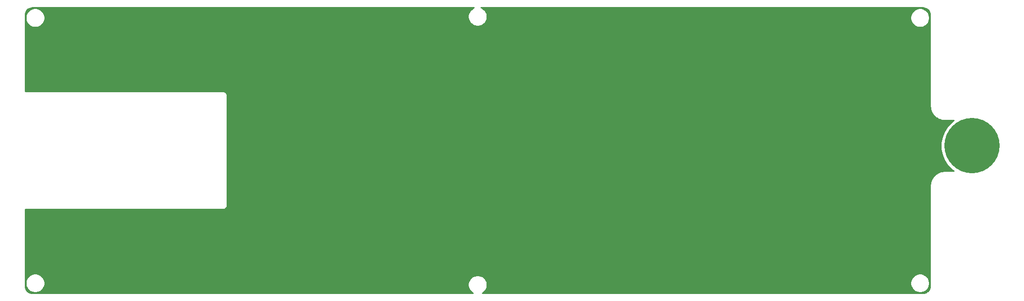
<source format=gbr>
G04 #@! TF.GenerationSoftware,KiCad,Pcbnew,(5.1.5)-3*
G04 #@! TF.CreationDate,2021-03-06T02:15:56+09:00*
G04 #@! TF.ProjectId,Kleine Gherkin,4b6c6569-6e65-4204-9768-65726b696e2e,rev?*
G04 #@! TF.SameCoordinates,Original*
G04 #@! TF.FileFunction,Copper,L1,Top*
G04 #@! TF.FilePolarity,Positive*
%FSLAX46Y46*%
G04 Gerber Fmt 4.6, Leading zero omitted, Abs format (unit mm)*
G04 Created by KiCad (PCBNEW (5.1.5)-3) date 2021-03-06 02:15:56*
%MOMM*%
%LPD*%
G04 APERTURE LIST*
%ADD10C,10.000000*%
%ADD11C,0.254000*%
G04 APERTURE END LIST*
D10*
X202406250Y-57150000D03*
D11*
G36*
X112178169Y-32262463D02*
G01*
X111894002Y-32452337D01*
X111652337Y-32694002D01*
X111462463Y-32978169D01*
X111331675Y-33293919D01*
X111265000Y-33629117D01*
X111265000Y-33970883D01*
X111331675Y-34306081D01*
X111462463Y-34621831D01*
X111652337Y-34905998D01*
X111894002Y-35147663D01*
X112178169Y-35337537D01*
X112493919Y-35468325D01*
X112829117Y-35535000D01*
X113170883Y-35535000D01*
X113506081Y-35468325D01*
X113821831Y-35337537D01*
X114105998Y-35147663D01*
X114347663Y-34905998D01*
X114537537Y-34621831D01*
X114668325Y-34306081D01*
X114735000Y-33970883D01*
X114735000Y-33829117D01*
X191265000Y-33829117D01*
X191265000Y-34170883D01*
X191331675Y-34506081D01*
X191462463Y-34821831D01*
X191652337Y-35105998D01*
X191894002Y-35347663D01*
X192178169Y-35537537D01*
X192493919Y-35668325D01*
X192829117Y-35735000D01*
X193170883Y-35735000D01*
X193506081Y-35668325D01*
X193821831Y-35537537D01*
X194105998Y-35347663D01*
X194347663Y-35105998D01*
X194537537Y-34821831D01*
X194668325Y-34506081D01*
X194735000Y-34170883D01*
X194735000Y-33829117D01*
X194668325Y-33493919D01*
X194537537Y-33178169D01*
X194347663Y-32894002D01*
X194105998Y-32652337D01*
X193821831Y-32462463D01*
X193506081Y-32331675D01*
X193170883Y-32265000D01*
X192829117Y-32265000D01*
X192493919Y-32331675D01*
X192178169Y-32462463D01*
X191894002Y-32652337D01*
X191652337Y-32894002D01*
X191462463Y-33178169D01*
X191331675Y-33493919D01*
X191265000Y-33829117D01*
X114735000Y-33829117D01*
X114735000Y-33629117D01*
X114668325Y-33293919D01*
X114537537Y-32978169D01*
X114347663Y-32694002D01*
X114105998Y-32452337D01*
X113821831Y-32262463D01*
X113634819Y-32185000D01*
X193466495Y-32185000D01*
X193754782Y-32213267D01*
X193999855Y-32287259D01*
X194225890Y-32407443D01*
X194424281Y-32569248D01*
X194587460Y-32766497D01*
X194709220Y-32991687D01*
X194784924Y-33236247D01*
X194815001Y-33522408D01*
X194815000Y-49933646D01*
X194817955Y-49963644D01*
X194817868Y-49976047D01*
X194818802Y-49985565D01*
X194859603Y-50373758D01*
X194872080Y-50434539D01*
X194883720Y-50495560D01*
X194886484Y-50504716D01*
X195001908Y-50877591D01*
X195025986Y-50934870D01*
X195049225Y-50992388D01*
X195053714Y-51000833D01*
X195239366Y-51344188D01*
X195274068Y-51395635D01*
X195308079Y-51447610D01*
X195314124Y-51455022D01*
X195562931Y-51755777D01*
X195606984Y-51799524D01*
X195650422Y-51843881D01*
X195657792Y-51849978D01*
X195960276Y-52096679D01*
X196012005Y-52131047D01*
X196063215Y-52166111D01*
X196071628Y-52170661D01*
X196416270Y-52353910D01*
X196473636Y-52377555D01*
X196530736Y-52402028D01*
X196539873Y-52404856D01*
X196913544Y-52517674D01*
X196974469Y-52529737D01*
X197035174Y-52542641D01*
X197044686Y-52543641D01*
X197433155Y-52581731D01*
X197433163Y-52581731D01*
X197466353Y-52585000D01*
X199095524Y-52585000D01*
X198814147Y-52773010D01*
X198029260Y-53557897D01*
X197412578Y-54480827D01*
X196987800Y-55506331D01*
X196771250Y-56595001D01*
X196771250Y-57704999D01*
X196987800Y-58793669D01*
X197412578Y-59819173D01*
X198029260Y-60742103D01*
X198814147Y-61526990D01*
X199095524Y-61715000D01*
X197466353Y-61715000D01*
X197436355Y-61717955D01*
X197423953Y-61717868D01*
X197414434Y-61718802D01*
X197026242Y-61759603D01*
X196965461Y-61772080D01*
X196904440Y-61783720D01*
X196895284Y-61786484D01*
X196522409Y-61901908D01*
X196465163Y-61925972D01*
X196407612Y-61949224D01*
X196399167Y-61953714D01*
X196055812Y-62139365D01*
X196004344Y-62174081D01*
X195952389Y-62208080D01*
X195944978Y-62214124D01*
X195644223Y-62462931D01*
X195600457Y-62507004D01*
X195556119Y-62550423D01*
X195550022Y-62557792D01*
X195303321Y-62860277D01*
X195268960Y-62911995D01*
X195233888Y-62963216D01*
X195229339Y-62971629D01*
X195046089Y-63316270D01*
X195022418Y-63373700D01*
X194997972Y-63430737D01*
X194995144Y-63439873D01*
X194882326Y-63813545D01*
X194870265Y-63874455D01*
X194857359Y-63935174D01*
X194856359Y-63944686D01*
X194818269Y-64333155D01*
X194818269Y-64333164D01*
X194815000Y-64366354D01*
X194815001Y-82466484D01*
X194786733Y-82754782D01*
X194712741Y-82999855D01*
X194592554Y-83225893D01*
X194430754Y-83424279D01*
X194233503Y-83587460D01*
X194008310Y-83709221D01*
X193763753Y-83784924D01*
X193477602Y-83815000D01*
X113855560Y-83815000D01*
X114105998Y-83647663D01*
X114347663Y-83405998D01*
X114537537Y-83121831D01*
X114668325Y-82806081D01*
X114735000Y-82470883D01*
X114735000Y-82129117D01*
X114675327Y-81829117D01*
X191265000Y-81829117D01*
X191265000Y-82170883D01*
X191331675Y-82506081D01*
X191462463Y-82821831D01*
X191652337Y-83105998D01*
X191894002Y-83347663D01*
X192178169Y-83537537D01*
X192493919Y-83668325D01*
X192829117Y-83735000D01*
X193170883Y-83735000D01*
X193506081Y-83668325D01*
X193821831Y-83537537D01*
X194105998Y-83347663D01*
X194347663Y-83105998D01*
X194537537Y-82821831D01*
X194668325Y-82506081D01*
X194735000Y-82170883D01*
X194735000Y-81829117D01*
X194668325Y-81493919D01*
X194537537Y-81178169D01*
X194347663Y-80894002D01*
X194105998Y-80652337D01*
X193821831Y-80462463D01*
X193506081Y-80331675D01*
X193170883Y-80265000D01*
X192829117Y-80265000D01*
X192493919Y-80331675D01*
X192178169Y-80462463D01*
X191894002Y-80652337D01*
X191652337Y-80894002D01*
X191462463Y-81178169D01*
X191331675Y-81493919D01*
X191265000Y-81829117D01*
X114675327Y-81829117D01*
X114668325Y-81793919D01*
X114537537Y-81478169D01*
X114347663Y-81194002D01*
X114105998Y-80952337D01*
X113821831Y-80762463D01*
X113506081Y-80631675D01*
X113170883Y-80565000D01*
X112829117Y-80565000D01*
X112493919Y-80631675D01*
X112178169Y-80762463D01*
X111894002Y-80952337D01*
X111652337Y-81194002D01*
X111462463Y-81478169D01*
X111331675Y-81793919D01*
X111265000Y-82129117D01*
X111265000Y-82470883D01*
X111331675Y-82806081D01*
X111462463Y-83121831D01*
X111652337Y-83405998D01*
X111894002Y-83647663D01*
X112144440Y-83815000D01*
X32533505Y-83815000D01*
X32245218Y-83786733D01*
X32000145Y-83712741D01*
X31774107Y-83592554D01*
X31575721Y-83430754D01*
X31412540Y-83233503D01*
X31290779Y-83008310D01*
X31215076Y-82763753D01*
X31185000Y-82477602D01*
X31185000Y-81829117D01*
X31265000Y-81829117D01*
X31265000Y-82170883D01*
X31331675Y-82506081D01*
X31462463Y-82821831D01*
X31652337Y-83105998D01*
X31894002Y-83347663D01*
X32178169Y-83537537D01*
X32493919Y-83668325D01*
X32829117Y-83735000D01*
X33170883Y-83735000D01*
X33506081Y-83668325D01*
X33821831Y-83537537D01*
X34105998Y-83347663D01*
X34347663Y-83105998D01*
X34537537Y-82821831D01*
X34668325Y-82506081D01*
X34735000Y-82170883D01*
X34735000Y-81829117D01*
X34668325Y-81493919D01*
X34537537Y-81178169D01*
X34347663Y-80894002D01*
X34105998Y-80652337D01*
X33821831Y-80462463D01*
X33506081Y-80331675D01*
X33170883Y-80265000D01*
X32829117Y-80265000D01*
X32493919Y-80331675D01*
X32178169Y-80462463D01*
X31894002Y-80652337D01*
X31652337Y-80894002D01*
X31462463Y-81178169D01*
X31331675Y-81493919D01*
X31265000Y-81829117D01*
X31185000Y-81829117D01*
X31185000Y-68685000D01*
X66966353Y-68685000D01*
X67000000Y-68688314D01*
X67134283Y-68675088D01*
X67263406Y-68635919D01*
X67382407Y-68572312D01*
X67486711Y-68486711D01*
X67572312Y-68382407D01*
X67635919Y-68263406D01*
X67675088Y-68134283D01*
X67685000Y-68033647D01*
X67688314Y-68000000D01*
X67685000Y-67966353D01*
X67685000Y-48033647D01*
X67688314Y-48000000D01*
X67675088Y-47865717D01*
X67635919Y-47736594D01*
X67572312Y-47617593D01*
X67486711Y-47513289D01*
X67382407Y-47427688D01*
X67263406Y-47364081D01*
X67134283Y-47324912D01*
X67033647Y-47315000D01*
X67000000Y-47311686D01*
X66966353Y-47315000D01*
X31185000Y-47315000D01*
X31185000Y-33829117D01*
X31265000Y-33829117D01*
X31265000Y-34170883D01*
X31331675Y-34506081D01*
X31462463Y-34821831D01*
X31652337Y-35105998D01*
X31894002Y-35347663D01*
X32178169Y-35537537D01*
X32493919Y-35668325D01*
X32829117Y-35735000D01*
X33170883Y-35735000D01*
X33506081Y-35668325D01*
X33821831Y-35537537D01*
X34105998Y-35347663D01*
X34347663Y-35105998D01*
X34537537Y-34821831D01*
X34668325Y-34506081D01*
X34735000Y-34170883D01*
X34735000Y-33829117D01*
X34668325Y-33493919D01*
X34537537Y-33178169D01*
X34347663Y-32894002D01*
X34105998Y-32652337D01*
X33821831Y-32462463D01*
X33506081Y-32331675D01*
X33170883Y-32265000D01*
X32829117Y-32265000D01*
X32493919Y-32331675D01*
X32178169Y-32462463D01*
X31894002Y-32652337D01*
X31652337Y-32894002D01*
X31462463Y-33178169D01*
X31331675Y-33493919D01*
X31265000Y-33829117D01*
X31185000Y-33829117D01*
X31185000Y-33533505D01*
X31213267Y-33245218D01*
X31287259Y-33000145D01*
X31407443Y-32774110D01*
X31569248Y-32575719D01*
X31766497Y-32412540D01*
X31991687Y-32290780D01*
X32236247Y-32215076D01*
X32522398Y-32185000D01*
X112365181Y-32185000D01*
X112178169Y-32262463D01*
G37*
X112178169Y-32262463D02*
X111894002Y-32452337D01*
X111652337Y-32694002D01*
X111462463Y-32978169D01*
X111331675Y-33293919D01*
X111265000Y-33629117D01*
X111265000Y-33970883D01*
X111331675Y-34306081D01*
X111462463Y-34621831D01*
X111652337Y-34905998D01*
X111894002Y-35147663D01*
X112178169Y-35337537D01*
X112493919Y-35468325D01*
X112829117Y-35535000D01*
X113170883Y-35535000D01*
X113506081Y-35468325D01*
X113821831Y-35337537D01*
X114105998Y-35147663D01*
X114347663Y-34905998D01*
X114537537Y-34621831D01*
X114668325Y-34306081D01*
X114735000Y-33970883D01*
X114735000Y-33829117D01*
X191265000Y-33829117D01*
X191265000Y-34170883D01*
X191331675Y-34506081D01*
X191462463Y-34821831D01*
X191652337Y-35105998D01*
X191894002Y-35347663D01*
X192178169Y-35537537D01*
X192493919Y-35668325D01*
X192829117Y-35735000D01*
X193170883Y-35735000D01*
X193506081Y-35668325D01*
X193821831Y-35537537D01*
X194105998Y-35347663D01*
X194347663Y-35105998D01*
X194537537Y-34821831D01*
X194668325Y-34506081D01*
X194735000Y-34170883D01*
X194735000Y-33829117D01*
X194668325Y-33493919D01*
X194537537Y-33178169D01*
X194347663Y-32894002D01*
X194105998Y-32652337D01*
X193821831Y-32462463D01*
X193506081Y-32331675D01*
X193170883Y-32265000D01*
X192829117Y-32265000D01*
X192493919Y-32331675D01*
X192178169Y-32462463D01*
X191894002Y-32652337D01*
X191652337Y-32894002D01*
X191462463Y-33178169D01*
X191331675Y-33493919D01*
X191265000Y-33829117D01*
X114735000Y-33829117D01*
X114735000Y-33629117D01*
X114668325Y-33293919D01*
X114537537Y-32978169D01*
X114347663Y-32694002D01*
X114105998Y-32452337D01*
X113821831Y-32262463D01*
X113634819Y-32185000D01*
X193466495Y-32185000D01*
X193754782Y-32213267D01*
X193999855Y-32287259D01*
X194225890Y-32407443D01*
X194424281Y-32569248D01*
X194587460Y-32766497D01*
X194709220Y-32991687D01*
X194784924Y-33236247D01*
X194815001Y-33522408D01*
X194815000Y-49933646D01*
X194817955Y-49963644D01*
X194817868Y-49976047D01*
X194818802Y-49985565D01*
X194859603Y-50373758D01*
X194872080Y-50434539D01*
X194883720Y-50495560D01*
X194886484Y-50504716D01*
X195001908Y-50877591D01*
X195025986Y-50934870D01*
X195049225Y-50992388D01*
X195053714Y-51000833D01*
X195239366Y-51344188D01*
X195274068Y-51395635D01*
X195308079Y-51447610D01*
X195314124Y-51455022D01*
X195562931Y-51755777D01*
X195606984Y-51799524D01*
X195650422Y-51843881D01*
X195657792Y-51849978D01*
X195960276Y-52096679D01*
X196012005Y-52131047D01*
X196063215Y-52166111D01*
X196071628Y-52170661D01*
X196416270Y-52353910D01*
X196473636Y-52377555D01*
X196530736Y-52402028D01*
X196539873Y-52404856D01*
X196913544Y-52517674D01*
X196974469Y-52529737D01*
X197035174Y-52542641D01*
X197044686Y-52543641D01*
X197433155Y-52581731D01*
X197433163Y-52581731D01*
X197466353Y-52585000D01*
X199095524Y-52585000D01*
X198814147Y-52773010D01*
X198029260Y-53557897D01*
X197412578Y-54480827D01*
X196987800Y-55506331D01*
X196771250Y-56595001D01*
X196771250Y-57704999D01*
X196987800Y-58793669D01*
X197412578Y-59819173D01*
X198029260Y-60742103D01*
X198814147Y-61526990D01*
X199095524Y-61715000D01*
X197466353Y-61715000D01*
X197436355Y-61717955D01*
X197423953Y-61717868D01*
X197414434Y-61718802D01*
X197026242Y-61759603D01*
X196965461Y-61772080D01*
X196904440Y-61783720D01*
X196895284Y-61786484D01*
X196522409Y-61901908D01*
X196465163Y-61925972D01*
X196407612Y-61949224D01*
X196399167Y-61953714D01*
X196055812Y-62139365D01*
X196004344Y-62174081D01*
X195952389Y-62208080D01*
X195944978Y-62214124D01*
X195644223Y-62462931D01*
X195600457Y-62507004D01*
X195556119Y-62550423D01*
X195550022Y-62557792D01*
X195303321Y-62860277D01*
X195268960Y-62911995D01*
X195233888Y-62963216D01*
X195229339Y-62971629D01*
X195046089Y-63316270D01*
X195022418Y-63373700D01*
X194997972Y-63430737D01*
X194995144Y-63439873D01*
X194882326Y-63813545D01*
X194870265Y-63874455D01*
X194857359Y-63935174D01*
X194856359Y-63944686D01*
X194818269Y-64333155D01*
X194818269Y-64333164D01*
X194815000Y-64366354D01*
X194815001Y-82466484D01*
X194786733Y-82754782D01*
X194712741Y-82999855D01*
X194592554Y-83225893D01*
X194430754Y-83424279D01*
X194233503Y-83587460D01*
X194008310Y-83709221D01*
X193763753Y-83784924D01*
X193477602Y-83815000D01*
X113855560Y-83815000D01*
X114105998Y-83647663D01*
X114347663Y-83405998D01*
X114537537Y-83121831D01*
X114668325Y-82806081D01*
X114735000Y-82470883D01*
X114735000Y-82129117D01*
X114675327Y-81829117D01*
X191265000Y-81829117D01*
X191265000Y-82170883D01*
X191331675Y-82506081D01*
X191462463Y-82821831D01*
X191652337Y-83105998D01*
X191894002Y-83347663D01*
X192178169Y-83537537D01*
X192493919Y-83668325D01*
X192829117Y-83735000D01*
X193170883Y-83735000D01*
X193506081Y-83668325D01*
X193821831Y-83537537D01*
X194105998Y-83347663D01*
X194347663Y-83105998D01*
X194537537Y-82821831D01*
X194668325Y-82506081D01*
X194735000Y-82170883D01*
X194735000Y-81829117D01*
X194668325Y-81493919D01*
X194537537Y-81178169D01*
X194347663Y-80894002D01*
X194105998Y-80652337D01*
X193821831Y-80462463D01*
X193506081Y-80331675D01*
X193170883Y-80265000D01*
X192829117Y-80265000D01*
X192493919Y-80331675D01*
X192178169Y-80462463D01*
X191894002Y-80652337D01*
X191652337Y-80894002D01*
X191462463Y-81178169D01*
X191331675Y-81493919D01*
X191265000Y-81829117D01*
X114675327Y-81829117D01*
X114668325Y-81793919D01*
X114537537Y-81478169D01*
X114347663Y-81194002D01*
X114105998Y-80952337D01*
X113821831Y-80762463D01*
X113506081Y-80631675D01*
X113170883Y-80565000D01*
X112829117Y-80565000D01*
X112493919Y-80631675D01*
X112178169Y-80762463D01*
X111894002Y-80952337D01*
X111652337Y-81194002D01*
X111462463Y-81478169D01*
X111331675Y-81793919D01*
X111265000Y-82129117D01*
X111265000Y-82470883D01*
X111331675Y-82806081D01*
X111462463Y-83121831D01*
X111652337Y-83405998D01*
X111894002Y-83647663D01*
X112144440Y-83815000D01*
X32533505Y-83815000D01*
X32245218Y-83786733D01*
X32000145Y-83712741D01*
X31774107Y-83592554D01*
X31575721Y-83430754D01*
X31412540Y-83233503D01*
X31290779Y-83008310D01*
X31215076Y-82763753D01*
X31185000Y-82477602D01*
X31185000Y-81829117D01*
X31265000Y-81829117D01*
X31265000Y-82170883D01*
X31331675Y-82506081D01*
X31462463Y-82821831D01*
X31652337Y-83105998D01*
X31894002Y-83347663D01*
X32178169Y-83537537D01*
X32493919Y-83668325D01*
X32829117Y-83735000D01*
X33170883Y-83735000D01*
X33506081Y-83668325D01*
X33821831Y-83537537D01*
X34105998Y-83347663D01*
X34347663Y-83105998D01*
X34537537Y-82821831D01*
X34668325Y-82506081D01*
X34735000Y-82170883D01*
X34735000Y-81829117D01*
X34668325Y-81493919D01*
X34537537Y-81178169D01*
X34347663Y-80894002D01*
X34105998Y-80652337D01*
X33821831Y-80462463D01*
X33506081Y-80331675D01*
X33170883Y-80265000D01*
X32829117Y-80265000D01*
X32493919Y-80331675D01*
X32178169Y-80462463D01*
X31894002Y-80652337D01*
X31652337Y-80894002D01*
X31462463Y-81178169D01*
X31331675Y-81493919D01*
X31265000Y-81829117D01*
X31185000Y-81829117D01*
X31185000Y-68685000D01*
X66966353Y-68685000D01*
X67000000Y-68688314D01*
X67134283Y-68675088D01*
X67263406Y-68635919D01*
X67382407Y-68572312D01*
X67486711Y-68486711D01*
X67572312Y-68382407D01*
X67635919Y-68263406D01*
X67675088Y-68134283D01*
X67685000Y-68033647D01*
X67688314Y-68000000D01*
X67685000Y-67966353D01*
X67685000Y-48033647D01*
X67688314Y-48000000D01*
X67675088Y-47865717D01*
X67635919Y-47736594D01*
X67572312Y-47617593D01*
X67486711Y-47513289D01*
X67382407Y-47427688D01*
X67263406Y-47364081D01*
X67134283Y-47324912D01*
X67033647Y-47315000D01*
X67000000Y-47311686D01*
X66966353Y-47315000D01*
X31185000Y-47315000D01*
X31185000Y-33829117D01*
X31265000Y-33829117D01*
X31265000Y-34170883D01*
X31331675Y-34506081D01*
X31462463Y-34821831D01*
X31652337Y-35105998D01*
X31894002Y-35347663D01*
X32178169Y-35537537D01*
X32493919Y-35668325D01*
X32829117Y-35735000D01*
X33170883Y-35735000D01*
X33506081Y-35668325D01*
X33821831Y-35537537D01*
X34105998Y-35347663D01*
X34347663Y-35105998D01*
X34537537Y-34821831D01*
X34668325Y-34506081D01*
X34735000Y-34170883D01*
X34735000Y-33829117D01*
X34668325Y-33493919D01*
X34537537Y-33178169D01*
X34347663Y-32894002D01*
X34105998Y-32652337D01*
X33821831Y-32462463D01*
X33506081Y-32331675D01*
X33170883Y-32265000D01*
X32829117Y-32265000D01*
X32493919Y-32331675D01*
X32178169Y-32462463D01*
X31894002Y-32652337D01*
X31652337Y-32894002D01*
X31462463Y-33178169D01*
X31331675Y-33493919D01*
X31265000Y-33829117D01*
X31185000Y-33829117D01*
X31185000Y-33533505D01*
X31213267Y-33245218D01*
X31287259Y-33000145D01*
X31407443Y-32774110D01*
X31569248Y-32575719D01*
X31766497Y-32412540D01*
X31991687Y-32290780D01*
X32236247Y-32215076D01*
X32522398Y-32185000D01*
X112365181Y-32185000D01*
X112178169Y-32262463D01*
M02*

</source>
